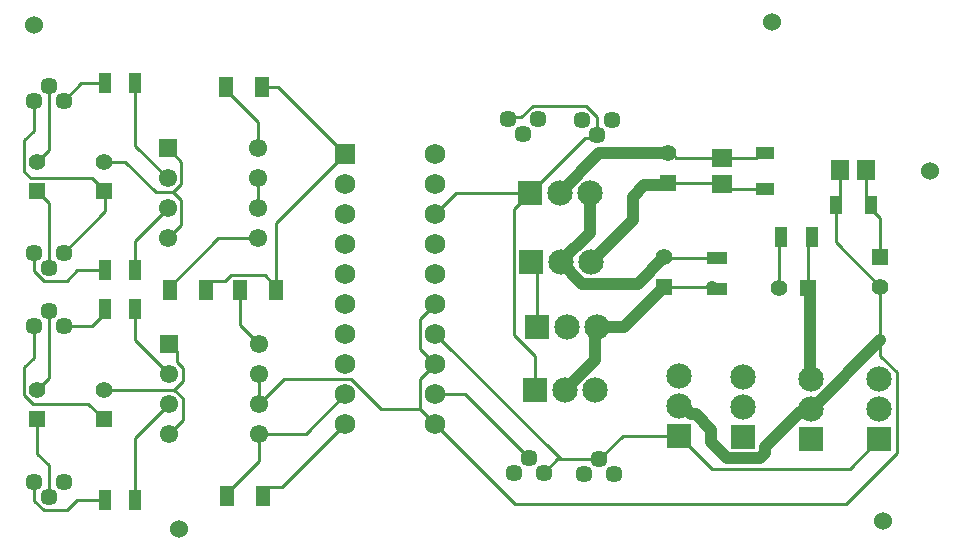
<source format=gtl>
G04*
G04 #@! TF.GenerationSoftware,Altium Limited,Altium Designer,23.5.1 (21)*
G04*
G04 Layer_Physical_Order=1*
G04 Layer_Color=255*
%FSLAX44Y44*%
%MOMM*%
G71*
G04*
G04 #@! TF.SameCoordinates,17670BC2-17D3-42C6-95D3-1F8550388E7E*
G04*
G04*
G04 #@! TF.FilePolarity,Positive*
G04*
G01*
G75*
%ADD12C,0.2540*%
%ADD13R,1.2500X1.8000*%
%ADD14R,1.0500X1.8000*%
%ADD15R,1.6000X1.0000*%
%ADD16R,1.8062X1.6039*%
%ADD17R,1.0000X1.6000*%
%ADD18R,1.6039X1.8062*%
%ADD19R,1.1046X1.7062*%
%ADD20R,1.7062X1.1046*%
%ADD23R,1.7500X1.7500*%
%ADD24C,1.7500*%
%ADD25C,1.4500*%
%ADD26C,1.4500*%
%ADD27C,1.4000*%
%ADD28R,1.4000X1.4000*%
%ADD29C,2.1500*%
%ADD30R,2.1500X2.1500*%
%ADD31C,1.5500*%
%ADD32R,1.5500X1.5500*%
%ADD33R,2.1500X2.1500*%
%ADD34R,1.4000X1.4000*%
%ADD35C,1.0000*%
%ADD36C,1.5240*%
D12*
X232608Y314002D02*
Y368108D01*
X290900Y426400D01*
X217894Y189510D02*
X257210D01*
X296103Y235760D02*
X321502Y210360D01*
X257210Y189510D02*
X290900Y223200D01*
X321502Y210360D02*
X354540D01*
X217894Y214910D02*
X238744Y235760D01*
X296103D01*
X221294Y136859D02*
Y139609D01*
X226274Y144589D01*
X237689D01*
X290900Y197800D01*
X234173Y483128D02*
X290900Y426400D01*
X220056Y483128D02*
X234173D01*
X232608Y311252D02*
Y314002D01*
X172549Y311252D02*
Y314002D01*
X177529Y318982D01*
X189200D01*
X194280Y324062D01*
X222548D01*
X232608Y314002D01*
X354540Y210360D02*
Y236040D01*
Y261160D02*
Y286840D01*
Y261160D02*
X367100Y248600D01*
X354540Y286840D02*
X367100Y299400D01*
X354540Y236040D02*
X367100Y248600D01*
X354540Y210360D02*
X367100Y197800D01*
X434900Y130000D02*
X714688D01*
X367100Y197800D02*
X434900Y130000D01*
X714688D02*
X757560Y172872D01*
X744000Y268543D02*
Y314000D01*
Y255591D02*
Y268543D01*
X757560Y172872D02*
Y242031D01*
X744000Y255591D02*
X757560Y242031D01*
X458700Y156300D02*
X470306Y167906D01*
X473194D01*
X717900Y160100D02*
X743000Y185200D01*
X601222Y160100D02*
X717900D01*
X573726Y187596D02*
X601222Y160100D01*
X709977Y389977D02*
Y413000D01*
X706000Y386000D02*
X709977Y389977D01*
X706000Y383000D02*
Y386000D01*
X732000Y390000D02*
Y413000D01*
Y390000D02*
X736000Y386000D01*
Y383000D02*
Y386000D01*
Y380000D02*
Y383000D01*
Y380000D02*
X744000Y372000D01*
Y339000D02*
Y372000D01*
X706000Y352000D02*
Y383000D01*
Y352000D02*
X744000Y314000D01*
X683000Y352984D02*
X686016Y356000D01*
X683000Y313000D02*
Y352984D01*
X658000Y313000D02*
Y354000D01*
X660000Y356000D01*
X506000Y167906D02*
X525690Y187596D01*
X573726D01*
X473194Y167906D02*
X506000D01*
X367100Y274000D02*
X473194Y167906D01*
X391800Y223200D02*
X446000Y169000D01*
X367100Y223200D02*
X391800D01*
X561496Y338504D02*
X605504D01*
X561000Y314000D02*
X600984D01*
X564506Y401494D02*
X609494D01*
X564000Y427000D02*
X567101D01*
X571090Y423011D02*
X610000D01*
X567101Y427000D02*
X571090Y423011D01*
X610000D02*
X639011D01*
X610000Y400989D02*
X613988Y397000D01*
X646000D01*
X639011Y423011D02*
X643000Y427000D01*
X646000D01*
X448200Y335000D02*
X453600Y329600D01*
Y280225D02*
Y329600D01*
X447000Y393000D02*
X494012Y440012D01*
X502012D01*
X504300Y442300D01*
X494999Y467242D02*
X504300Y457941D01*
Y442300D02*
Y457941D01*
X449419Y467242D02*
X494999D01*
X439660Y457483D02*
X449419Y467242D01*
X429901Y457483D02*
X439660D01*
X428600Y456182D02*
X429901Y457483D01*
X384500Y393000D02*
X447000D01*
X367100Y375600D02*
X384500Y393000D01*
X433640Y273297D02*
X451600Y255337D01*
X433640Y273297D02*
Y379640D01*
X447000Y393000D01*
X451600Y226225D02*
Y255337D01*
X217894Y166709D02*
Y189510D01*
X190794Y139609D02*
X217894Y166709D01*
X190794Y136859D02*
Y139609D01*
Y136859D02*
X194194Y133459D01*
X183191Y355144D02*
X216656D01*
X142049Y314002D02*
X183191Y355144D01*
X142049Y311252D02*
Y314002D01*
X216656Y431344D02*
Y453277D01*
X189556Y480377D02*
X216656Y453277D01*
X189556Y480377D02*
Y483128D01*
X216656Y380544D02*
Y405944D01*
X217894Y214910D02*
Y240310D01*
X140456Y355144D02*
X152016Y366704D01*
Y387613D01*
X145244Y394384D02*
X152016Y387613D01*
X202108Y281496D02*
X217894Y265710D01*
X202108Y281496D02*
Y311252D01*
X142049Y308502D02*
Y311252D01*
X112886Y328045D02*
Y352974D01*
X140456Y380544D01*
Y431344D02*
X152016Y419784D01*
Y401156D02*
Y419784D01*
X130202Y394384D02*
X145244D01*
X152016Y401156D01*
X86442Y420000D02*
X104586D01*
X130202Y394384D01*
X112886Y433515D02*
Y486377D01*
Y433515D02*
X140456Y405944D01*
X112886Y269119D02*
Y295161D01*
Y269119D02*
X141694Y240310D01*
Y265710D02*
X148174Y259230D01*
Y250178D02*
Y259230D01*
Y250178D02*
X153254Y245098D01*
Y233824D02*
Y245098D01*
X146192Y226761D02*
X153254Y233824D01*
X86442Y226761D02*
X146192D01*
X153254Y219698D01*
Y201070D02*
Y219698D01*
X141694Y189510D02*
X153254Y201070D01*
X112886Y133609D02*
Y186101D01*
X141694Y214910D01*
X52735Y280412D02*
X76387D01*
X87386Y291411D01*
Y295161D01*
X73316Y214887D02*
X86442Y201761D01*
X19190Y222283D02*
X26586Y214887D01*
X73316D01*
X19190Y222283D02*
Y245657D01*
X27335Y253802D01*
Y280412D01*
X27300Y132717D02*
Y148358D01*
Y132717D02*
X35419Y124598D01*
X54907D01*
X63918Y133609D01*
X87386D01*
X30000Y172787D02*
Y201761D01*
Y172787D02*
X40000Y162787D01*
Y135658D02*
Y162787D01*
Y330094D02*
Y385000D01*
X30000Y395000D02*
X40000Y385000D01*
Y430000D02*
Y484328D01*
X30000Y420000D02*
X40000Y430000D01*
X30000Y226761D02*
X40035Y236796D01*
Y293112D01*
X52700Y471628D02*
X67449Y486377D01*
X87386D01*
X27300Y327153D02*
Y342794D01*
Y327153D02*
X35419Y319034D01*
X54907D01*
X63918Y328045D01*
X87386D01*
X52700Y342794D02*
X87752Y377846D01*
Y395000D01*
X19190Y411488D02*
X24569Y406109D01*
X76643D01*
X87752Y395000D01*
X19190Y411488D02*
Y437931D01*
X27429Y446170D02*
Y471815D01*
X19190Y437931D02*
X27429Y446170D01*
D13*
X220056Y483128D02*
D03*
X189556D02*
D03*
X142049Y311252D02*
D03*
X172549D02*
D03*
X221294Y136859D02*
D03*
X190794D02*
D03*
X202108Y311252D02*
D03*
X232608D02*
D03*
D14*
X87386Y486377D02*
D03*
X112886D02*
D03*
X87386Y328045D02*
D03*
X112886D02*
D03*
Y295161D02*
D03*
X87386D02*
D03*
X112886Y133609D02*
D03*
X87386D02*
D03*
D15*
X646000Y397000D02*
D03*
Y427000D02*
D03*
D16*
X610000Y400989D02*
D03*
Y423011D02*
D03*
D17*
X736000Y383000D02*
D03*
X706000D02*
D03*
D18*
X732000Y413000D02*
D03*
X709977D02*
D03*
D19*
X686016Y356000D02*
D03*
X660000D02*
D03*
D20*
X606000Y311992D02*
D03*
Y338008D02*
D03*
D23*
X290900Y426400D02*
D03*
D24*
Y401000D02*
D03*
Y375600D02*
D03*
Y350200D02*
D03*
Y324800D02*
D03*
Y299400D02*
D03*
Y274000D02*
D03*
Y248600D02*
D03*
Y223200D02*
D03*
Y197800D02*
D03*
X367100D02*
D03*
Y223200D02*
D03*
Y248600D02*
D03*
Y274000D02*
D03*
Y299400D02*
D03*
Y324800D02*
D03*
Y350200D02*
D03*
Y375600D02*
D03*
Y401000D02*
D03*
Y426400D02*
D03*
D25*
X491600Y455000D02*
D03*
X504300Y442300D02*
D03*
X40000Y484328D02*
D03*
X52700Y471628D02*
D03*
X40000Y330094D02*
D03*
X27300Y342794D02*
D03*
X518700Y155206D02*
D03*
X506000Y167906D02*
D03*
X27300Y148358D02*
D03*
X40000Y135658D02*
D03*
X52735Y280412D02*
D03*
X40035Y293112D02*
D03*
X458700Y156300D02*
D03*
X446000Y169000D02*
D03*
X428600Y456182D02*
D03*
X441300Y443482D02*
D03*
D26*
X517000Y455000D02*
D03*
X27300Y471628D02*
D03*
X52700Y342794D02*
D03*
X493300Y155206D02*
D03*
X52700Y148358D02*
D03*
X27335Y280412D02*
D03*
X433300Y156300D02*
D03*
X454000Y456182D02*
D03*
D27*
X564000Y427000D02*
D03*
X561000Y339000D02*
D03*
X86442Y420000D02*
D03*
X30000D02*
D03*
X86442Y226761D02*
D03*
X744000Y314000D02*
D03*
X30000Y226761D02*
D03*
X658000Y313000D02*
D03*
D28*
X564000Y402000D02*
D03*
X561000Y314000D02*
D03*
X86442Y395000D02*
D03*
X30000D02*
D03*
X86442Y201761D02*
D03*
X744000Y339000D02*
D03*
X30000Y201761D02*
D03*
D29*
X502400Y226225D02*
D03*
X477000D02*
D03*
X473600Y335000D02*
D03*
X499000D02*
D03*
X628000Y238000D02*
D03*
Y212600D02*
D03*
X685183Y235592D02*
D03*
Y210192D02*
D03*
X573726Y238396D02*
D03*
Y212996D02*
D03*
X743000Y236000D02*
D03*
Y210600D02*
D03*
X504400Y280225D02*
D03*
X479000D02*
D03*
X497800Y393000D02*
D03*
X472400D02*
D03*
D30*
X451600Y226225D02*
D03*
X448200Y335000D02*
D03*
X453600Y280225D02*
D03*
X447000Y393000D02*
D03*
D31*
X216656Y355144D02*
D03*
Y380544D02*
D03*
Y405944D02*
D03*
Y431344D02*
D03*
X140456Y405944D02*
D03*
Y380544D02*
D03*
Y355144D02*
D03*
X141694Y189510D02*
D03*
Y214910D02*
D03*
Y240310D02*
D03*
X217894Y265710D02*
D03*
Y240310D02*
D03*
Y214910D02*
D03*
Y189510D02*
D03*
D32*
X140456Y431344D02*
D03*
X141694Y265710D02*
D03*
D33*
X628000Y187200D02*
D03*
X685183Y184792D02*
D03*
X573726Y187596D02*
D03*
X743000Y185200D02*
D03*
D34*
X683000Y313000D02*
D03*
D35*
X684091Y311909D01*
Y236683D02*
Y311909D01*
Y236683D02*
X685183Y235592D01*
Y210192D02*
X685649D01*
X744000Y268543D01*
X587599Y205886D02*
X600863Y192622D01*
X614127Y168910D02*
X641873D01*
X600863Y182174D02*
Y192622D01*
X641873Y168910D02*
X646290Y173327D01*
X600863Y182174D02*
X614127Y168910D01*
X646290Y173327D02*
Y178062D01*
X676219Y207992D02*
X682982D01*
X685183Y210192D01*
X583947Y205886D02*
X587599D01*
X576837Y212996D02*
X583947Y205886D01*
X646290Y178062D02*
X676219Y207992D01*
X573726Y212996D02*
X576837D01*
X605504Y338504D02*
X606000Y338008D01*
X561000Y339000D02*
X561496Y338504D01*
X600984Y314000D02*
X602992Y311992D01*
X606000D01*
X473600Y335000D02*
Y335466D01*
Y334534D02*
Y335000D01*
X527225Y280225D02*
X561000Y314000D01*
X504400Y280225D02*
X527225D01*
X473600Y334534D02*
X491424Y316710D01*
X538710D01*
X561000Y339000D01*
X564000Y402000D02*
X564506Y401494D01*
X609494D02*
X610000Y400989D01*
X472400Y393000D02*
Y393466D01*
X505934Y427000D01*
X564000D01*
X534100Y370100D02*
Y390100D01*
X562000Y400000D02*
X564000Y402000D01*
X544000Y400000D02*
X562000D01*
X534100Y390100D02*
X544000Y400000D01*
X499000Y335000D02*
X534100Y370100D01*
X502200Y278025D02*
X504400Y280225D01*
X502200Y251891D02*
Y278025D01*
X477000Y226691D02*
X502200Y251891D01*
X477000Y226225D02*
Y226691D01*
X497800Y359666D02*
Y393000D01*
X473600Y335466D02*
X497800Y359666D01*
D36*
X150000Y109000D02*
D03*
X27000Y536000D02*
D03*
X746000Y116000D02*
D03*
X786000Y412000D02*
D03*
X652000Y538000D02*
D03*
M02*

</source>
